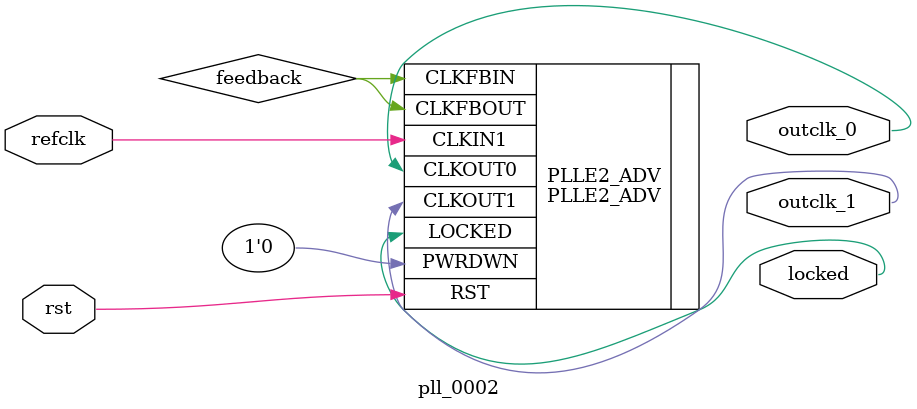
<source format=v>
`timescale 1ns/10ps
module  pll_0002(
	input  wire refclk,
	input  wire rst,
	output wire outclk_0,
	output wire outclk_1,
	output wire locked
);

	wire feedback;
	
	PLLE2_ADV #(
		.CLKFBOUT_MULT(6'd32),
		.CLKIN1_PERIOD(20.0),
		.CLKOUT0_DIVIDE(7'd16), // 100 MHz = 50 MHz * 32 / 16
		.CLKOUT0_PHASE(1'd0),
		.CLKOUT1_DIVIDE(7'd80), // 20 MHz = 50 MHz * 32 / 80
		.CLKOUT1_PHASE(1'd0),
		.DIVCLK_DIVIDE(1'd1),
		.REF_JITTER1(0.01),
		.STARTUP_WAIT("FALSE")
	) PLLE2_ADV (
		.CLKFBIN(feedback),
		.CLKIN1(refclk),
		.PWRDWN(1'b0),
		.RST(rst),
		.CLKFBOUT(feedback),
		.CLKOUT0(outclk_0),
		.CLKOUT1(outclk_1),
		.LOCKED(locked)
);
	
endmodule


</source>
